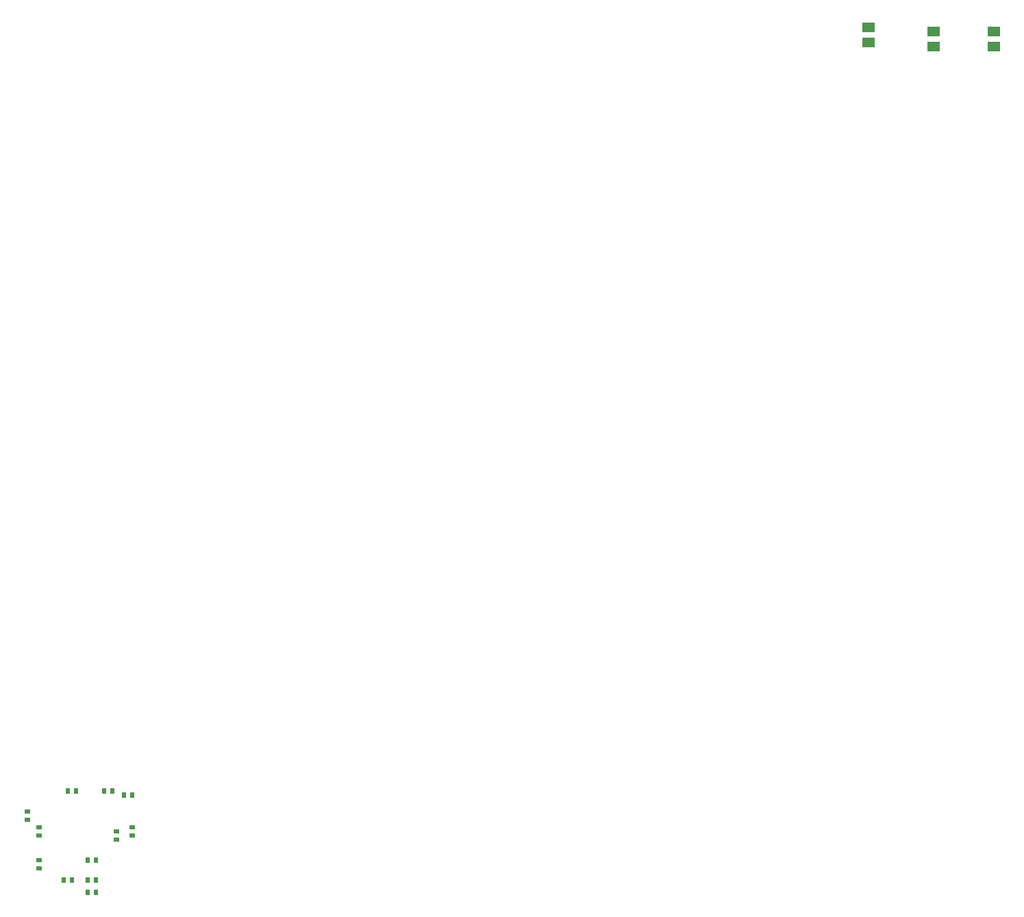
<source format=gbr>
G04 EAGLE Gerber RS-274X export*
G75*
%MOMM*%
%FSLAX34Y34*%
%LPD*%
%INSolderpaste Bottom*%
%IPPOS*%
%AMOC8*
5,1,8,0,0,1.08239X$1,22.5*%
G01*
%ADD10R,0.600000X0.700000*%
%ADD11R,0.700000X0.600000*%
%ADD12R,1.500000X1.300000*%


D10*
X235000Y305000D03*
X245000Y305000D03*
D11*
X205000Y370000D03*
X205000Y360000D03*
D10*
X265000Y305000D03*
X275000Y305000D03*
D11*
X320000Y360000D03*
X320000Y370000D03*
D10*
X240000Y415000D03*
X250000Y415000D03*
X310000Y410000D03*
X320000Y410000D03*
D11*
X205000Y330000D03*
X205000Y320000D03*
D12*
X1385000Y1335500D03*
X1385000Y1354500D03*
D11*
X190000Y390000D03*
X190000Y380000D03*
X300000Y355000D03*
X300000Y365000D03*
D10*
X285000Y415000D03*
X295000Y415000D03*
X275000Y330000D03*
X265000Y330000D03*
X275000Y290000D03*
X265000Y290000D03*
D12*
X1230000Y1340500D03*
X1230000Y1359500D03*
X1310000Y1335500D03*
X1310000Y1354500D03*
M02*

</source>
